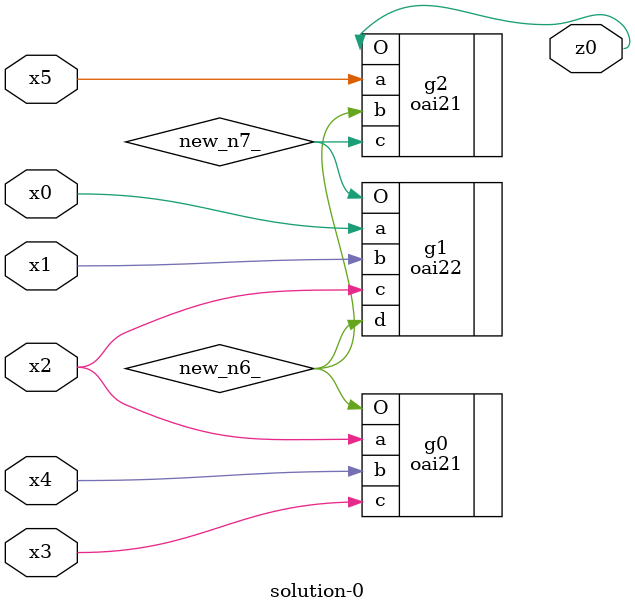
<source format=v>
module \solution-0 (
  x0, x1, x2, x3, x4, x5,
  z0 );
  input x0, x1, x2, x3, x4, x5;
  output z0;
  wire new_n6_, new_n7_;
  oai21  g0(.a(x2), .b(x4), .c(x3), .O(new_n6_));
  oai22  g1(.a(x0), .b(x1), .c(x2), .d(new_n6_), .O(new_n7_));
  oai21  g2(.a(x5), .b(new_n6_), .c(new_n7_), .O(z0));
endmodule

</source>
